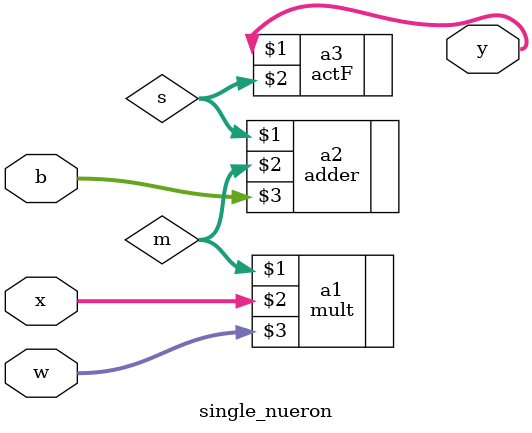
<source format=v>
`timescale 1ns / 1ps


module single_nueron(y,x,w,b

    );
    output [4:0]y;
    input [1:0]x,w;
    input [3:0]b;
    wire [3:0]m;
    wire [3:0]s; 
    
    mult a1 (m,x,w);
    adder a2 (s,m,b);
    actF a3 (y,s);
    
    
    
endmodule

</source>
